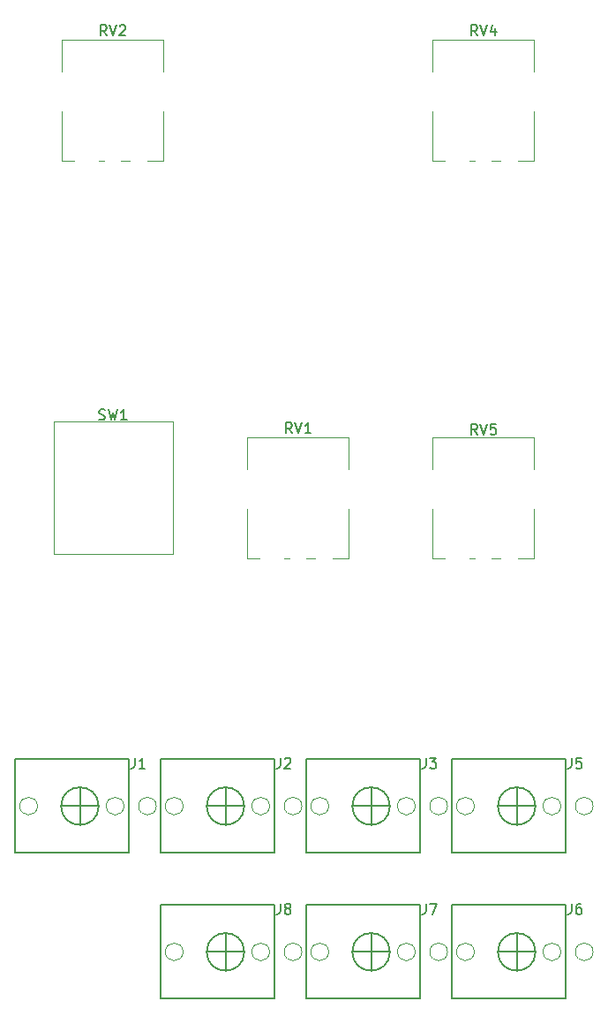
<source format=gbr>
G04 #@! TF.GenerationSoftware,KiCad,Pcbnew,5.1.6-c6e7f7d~87~ubuntu18.04.1*
G04 #@! TF.CreationDate,2020-11-08T19:06:46-05:00*
G04 #@! TF.ProjectId,2164SVF,32313634-5356-4462-9e6b-696361645f70,1*
G04 #@! TF.SameCoordinates,Original*
G04 #@! TF.FileFunction,Legend,Top*
G04 #@! TF.FilePolarity,Positive*
%FSLAX46Y46*%
G04 Gerber Fmt 4.6, Leading zero omitted, Abs format (unit mm)*
G04 Created by KiCad (PCBNEW 5.1.6-c6e7f7d~87~ubuntu18.04.1) date 2020-11-08 19:06:46*
%MOMM*%
%LPD*%
G01*
G04 APERTURE LIST*
%ADD10C,0.120000*%
%ADD11C,0.150000*%
%ADD12C,0.100000*%
G04 APERTURE END LIST*
D10*
X120015000Y-102870000D02*
X108585000Y-102870000D01*
X108585000Y-102870000D02*
X108585000Y-90170000D01*
X108585000Y-90170000D02*
X120015000Y-90170000D01*
X120015000Y-90170000D02*
X120015000Y-102870000D01*
X154690000Y-91670000D02*
X144950000Y-91670000D01*
X154690000Y-103260000D02*
X153200000Y-103260000D01*
X154690000Y-94730000D02*
X154690000Y-91670000D01*
X144940000Y-103260000D02*
X144940000Y-98540000D01*
X144950000Y-94730000D02*
X144950000Y-91670000D01*
X154690000Y-103260000D02*
X154690000Y-98540000D01*
X146130000Y-103260000D02*
X144950000Y-103260000D01*
X149030000Y-103260000D02*
X148500000Y-103260000D01*
X151480000Y-103260000D02*
X150650000Y-103260000D01*
X154690000Y-53570000D02*
X144950000Y-53570000D01*
X154690000Y-65160000D02*
X153200000Y-65160000D01*
X154690000Y-56630000D02*
X154690000Y-53570000D01*
X144940000Y-65160000D02*
X144940000Y-60440000D01*
X144950000Y-56630000D02*
X144950000Y-53570000D01*
X154690000Y-65160000D02*
X154690000Y-60440000D01*
X146130000Y-65160000D02*
X144950000Y-65160000D01*
X149030000Y-65160000D02*
X148500000Y-65160000D01*
X151480000Y-65160000D02*
X150650000Y-65160000D01*
X119130000Y-53570000D02*
X109390000Y-53570000D01*
X119130000Y-65160000D02*
X117640000Y-65160000D01*
X119130000Y-56630000D02*
X119130000Y-53570000D01*
X109380000Y-65160000D02*
X109380000Y-60440000D01*
X109390000Y-56630000D02*
X109390000Y-53570000D01*
X119130000Y-65160000D02*
X119130000Y-60440000D01*
X110570000Y-65160000D02*
X109390000Y-65160000D01*
X113470000Y-65160000D02*
X112940000Y-65160000D01*
X115920000Y-65160000D02*
X115090000Y-65160000D01*
X136910000Y-91670000D02*
X127170000Y-91670000D01*
X136910000Y-103260000D02*
X135420000Y-103260000D01*
X136910000Y-94730000D02*
X136910000Y-91670000D01*
X127160000Y-103260000D02*
X127160000Y-98540000D01*
X127170000Y-94730000D02*
X127170000Y-91670000D01*
X136910000Y-103260000D02*
X136910000Y-98540000D01*
X128350000Y-103260000D02*
X127170000Y-103260000D01*
X131250000Y-103260000D02*
X130720000Y-103260000D01*
X133700000Y-103260000D02*
X132870000Y-103260000D01*
D11*
X125095000Y-142770000D02*
X125095000Y-139170000D01*
X123295000Y-140970000D02*
X126895000Y-140970000D01*
X126895000Y-140970000D02*
G75*
G03*
X126895000Y-140970000I-1800000J0D01*
G01*
X118895000Y-136470000D02*
X129795000Y-136470000D01*
X118895000Y-145470000D02*
X129795000Y-145470000D01*
X129795000Y-145470000D02*
X129795000Y-136470000D01*
X118895000Y-145470000D02*
X118895000Y-136470000D01*
X139065000Y-142770000D02*
X139065000Y-139170000D01*
X137265000Y-140970000D02*
X140865000Y-140970000D01*
X140865000Y-140970000D02*
G75*
G03*
X140865000Y-140970000I-1800000J0D01*
G01*
X132865000Y-136470000D02*
X143765000Y-136470000D01*
X132865000Y-145470000D02*
X143765000Y-145470000D01*
X143765000Y-145470000D02*
X143765000Y-136470000D01*
X132865000Y-145470000D02*
X132865000Y-136470000D01*
X153035000Y-142770000D02*
X153035000Y-139170000D01*
X151235000Y-140970000D02*
X154835000Y-140970000D01*
X154835000Y-140970000D02*
G75*
G03*
X154835000Y-140970000I-1800000J0D01*
G01*
X146835000Y-136470000D02*
X157735000Y-136470000D01*
X146835000Y-145470000D02*
X157735000Y-145470000D01*
X157735000Y-145470000D02*
X157735000Y-136470000D01*
X146835000Y-145470000D02*
X146835000Y-136470000D01*
X153035000Y-128800000D02*
X153035000Y-125200000D01*
X151235000Y-127000000D02*
X154835000Y-127000000D01*
X154835000Y-127000000D02*
G75*
G03*
X154835000Y-127000000I-1800000J0D01*
G01*
X146835000Y-122500000D02*
X157735000Y-122500000D01*
X146835000Y-131500000D02*
X157735000Y-131500000D01*
X157735000Y-131500000D02*
X157735000Y-122500000D01*
X146835000Y-131500000D02*
X146835000Y-122500000D01*
X139065000Y-128800000D02*
X139065000Y-125200000D01*
X137265000Y-127000000D02*
X140865000Y-127000000D01*
X140865000Y-127000000D02*
G75*
G03*
X140865000Y-127000000I-1800000J0D01*
G01*
X132865000Y-122500000D02*
X143765000Y-122500000D01*
X132865000Y-131500000D02*
X143765000Y-131500000D01*
X143765000Y-131500000D02*
X143765000Y-122500000D01*
X132865000Y-131500000D02*
X132865000Y-122500000D01*
X125095000Y-128800000D02*
X125095000Y-125200000D01*
X123295000Y-127000000D02*
X126895000Y-127000000D01*
X126895000Y-127000000D02*
G75*
G03*
X126895000Y-127000000I-1800000J0D01*
G01*
X118895000Y-122500000D02*
X129795000Y-122500000D01*
X118895000Y-131500000D02*
X129795000Y-131500000D01*
X129795000Y-131500000D02*
X129795000Y-122500000D01*
X118895000Y-131500000D02*
X118895000Y-122500000D01*
X111125000Y-128800000D02*
X111125000Y-125200000D01*
X109325000Y-127000000D02*
X112925000Y-127000000D01*
X112925000Y-127000000D02*
G75*
G03*
X112925000Y-127000000I-1800000J0D01*
G01*
X104925000Y-122500000D02*
X115825000Y-122500000D01*
X104925000Y-131500000D02*
X115825000Y-131500000D01*
X115825000Y-131500000D02*
X115825000Y-122500000D01*
X104925000Y-131500000D02*
X104925000Y-122500000D01*
D12*
X121025000Y-140970000D02*
G75*
G03*
X121025000Y-140970000I-850000J0D01*
G01*
X132425000Y-140970000D02*
G75*
G03*
X132425000Y-140970000I-850000J0D01*
G01*
X129325000Y-140970000D02*
G75*
G03*
X129325000Y-140970000I-850000J0D01*
G01*
X134995000Y-140970000D02*
G75*
G03*
X134995000Y-140970000I-850000J0D01*
G01*
X146395000Y-140970000D02*
G75*
G03*
X146395000Y-140970000I-850000J0D01*
G01*
X143295000Y-140970000D02*
G75*
G03*
X143295000Y-140970000I-850000J0D01*
G01*
X148965000Y-140970000D02*
G75*
G03*
X148965000Y-140970000I-850000J0D01*
G01*
X160365000Y-140970000D02*
G75*
G03*
X160365000Y-140970000I-850000J0D01*
G01*
X157265000Y-140970000D02*
G75*
G03*
X157265000Y-140970000I-850000J0D01*
G01*
X148965000Y-127000000D02*
G75*
G03*
X148965000Y-127000000I-850000J0D01*
G01*
X160365000Y-127000000D02*
G75*
G03*
X160365000Y-127000000I-850000J0D01*
G01*
X157265000Y-127000000D02*
G75*
G03*
X157265000Y-127000000I-850000J0D01*
G01*
X134995000Y-127000000D02*
G75*
G03*
X134995000Y-127000000I-850000J0D01*
G01*
X146395000Y-127000000D02*
G75*
G03*
X146395000Y-127000000I-850000J0D01*
G01*
X143295000Y-127000000D02*
G75*
G03*
X143295000Y-127000000I-850000J0D01*
G01*
X121025000Y-127000000D02*
G75*
G03*
X121025000Y-127000000I-850000J0D01*
G01*
X132425000Y-127000000D02*
G75*
G03*
X132425000Y-127000000I-850000J0D01*
G01*
X129325000Y-127000000D02*
G75*
G03*
X129325000Y-127000000I-850000J0D01*
G01*
X107055000Y-127000000D02*
G75*
G03*
X107055000Y-127000000I-850000J0D01*
G01*
X118455000Y-127000000D02*
G75*
G03*
X118455000Y-127000000I-850000J0D01*
G01*
X115355000Y-127000000D02*
G75*
G03*
X115355000Y-127000000I-850000J0D01*
G01*
D11*
X112966666Y-89939761D02*
X113109523Y-89987380D01*
X113347619Y-89987380D01*
X113442857Y-89939761D01*
X113490476Y-89892142D01*
X113538095Y-89796904D01*
X113538095Y-89701666D01*
X113490476Y-89606428D01*
X113442857Y-89558809D01*
X113347619Y-89511190D01*
X113157142Y-89463571D01*
X113061904Y-89415952D01*
X113014285Y-89368333D01*
X112966666Y-89273095D01*
X112966666Y-89177857D01*
X113014285Y-89082619D01*
X113061904Y-89035000D01*
X113157142Y-88987380D01*
X113395238Y-88987380D01*
X113538095Y-89035000D01*
X113871428Y-88987380D02*
X114109523Y-89987380D01*
X114300000Y-89273095D01*
X114490476Y-89987380D01*
X114728571Y-88987380D01*
X115633333Y-89987380D02*
X115061904Y-89987380D01*
X115347619Y-89987380D02*
X115347619Y-88987380D01*
X115252380Y-89130238D01*
X115157142Y-89225476D01*
X115061904Y-89273095D01*
X149264761Y-91384380D02*
X148931428Y-90908190D01*
X148693333Y-91384380D02*
X148693333Y-90384380D01*
X149074285Y-90384380D01*
X149169523Y-90432000D01*
X149217142Y-90479619D01*
X149264761Y-90574857D01*
X149264761Y-90717714D01*
X149217142Y-90812952D01*
X149169523Y-90860571D01*
X149074285Y-90908190D01*
X148693333Y-90908190D01*
X149550476Y-90384380D02*
X149883809Y-91384380D01*
X150217142Y-90384380D01*
X151026666Y-90384380D02*
X150550476Y-90384380D01*
X150502857Y-90860571D01*
X150550476Y-90812952D01*
X150645714Y-90765333D01*
X150883809Y-90765333D01*
X150979047Y-90812952D01*
X151026666Y-90860571D01*
X151074285Y-90955809D01*
X151074285Y-91193904D01*
X151026666Y-91289142D01*
X150979047Y-91336761D01*
X150883809Y-91384380D01*
X150645714Y-91384380D01*
X150550476Y-91336761D01*
X150502857Y-91289142D01*
X149264761Y-53157380D02*
X148931428Y-52681190D01*
X148693333Y-53157380D02*
X148693333Y-52157380D01*
X149074285Y-52157380D01*
X149169523Y-52205000D01*
X149217142Y-52252619D01*
X149264761Y-52347857D01*
X149264761Y-52490714D01*
X149217142Y-52585952D01*
X149169523Y-52633571D01*
X149074285Y-52681190D01*
X148693333Y-52681190D01*
X149550476Y-52157380D02*
X149883809Y-53157380D01*
X150217142Y-52157380D01*
X150979047Y-52490714D02*
X150979047Y-53157380D01*
X150740952Y-52109761D02*
X150502857Y-52824047D01*
X151121904Y-52824047D01*
X113704761Y-53157380D02*
X113371428Y-52681190D01*
X113133333Y-53157380D02*
X113133333Y-52157380D01*
X113514285Y-52157380D01*
X113609523Y-52205000D01*
X113657142Y-52252619D01*
X113704761Y-52347857D01*
X113704761Y-52490714D01*
X113657142Y-52585952D01*
X113609523Y-52633571D01*
X113514285Y-52681190D01*
X113133333Y-52681190D01*
X113990476Y-52157380D02*
X114323809Y-53157380D01*
X114657142Y-52157380D01*
X114942857Y-52252619D02*
X114990476Y-52205000D01*
X115085714Y-52157380D01*
X115323809Y-52157380D01*
X115419047Y-52205000D01*
X115466666Y-52252619D01*
X115514285Y-52347857D01*
X115514285Y-52443095D01*
X115466666Y-52585952D01*
X114895238Y-53157380D01*
X115514285Y-53157380D01*
X131484761Y-91257380D02*
X131151428Y-90781190D01*
X130913333Y-91257380D02*
X130913333Y-90257380D01*
X131294285Y-90257380D01*
X131389523Y-90305000D01*
X131437142Y-90352619D01*
X131484761Y-90447857D01*
X131484761Y-90590714D01*
X131437142Y-90685952D01*
X131389523Y-90733571D01*
X131294285Y-90781190D01*
X130913333Y-90781190D01*
X131770476Y-90257380D02*
X132103809Y-91257380D01*
X132437142Y-90257380D01*
X133294285Y-91257380D02*
X132722857Y-91257380D01*
X133008571Y-91257380D02*
X133008571Y-90257380D01*
X132913333Y-90400238D01*
X132818095Y-90495476D01*
X132722857Y-90543095D01*
X130349666Y-136358380D02*
X130349666Y-137072666D01*
X130302047Y-137215523D01*
X130206809Y-137310761D01*
X130063952Y-137358380D01*
X129968714Y-137358380D01*
X130968714Y-136786952D02*
X130873476Y-136739333D01*
X130825857Y-136691714D01*
X130778238Y-136596476D01*
X130778238Y-136548857D01*
X130825857Y-136453619D01*
X130873476Y-136406000D01*
X130968714Y-136358380D01*
X131159190Y-136358380D01*
X131254428Y-136406000D01*
X131302047Y-136453619D01*
X131349666Y-136548857D01*
X131349666Y-136596476D01*
X131302047Y-136691714D01*
X131254428Y-136739333D01*
X131159190Y-136786952D01*
X130968714Y-136786952D01*
X130873476Y-136834571D01*
X130825857Y-136882190D01*
X130778238Y-136977428D01*
X130778238Y-137167904D01*
X130825857Y-137263142D01*
X130873476Y-137310761D01*
X130968714Y-137358380D01*
X131159190Y-137358380D01*
X131254428Y-137310761D01*
X131302047Y-137263142D01*
X131349666Y-137167904D01*
X131349666Y-136977428D01*
X131302047Y-136882190D01*
X131254428Y-136834571D01*
X131159190Y-136786952D01*
X144319666Y-136358380D02*
X144319666Y-137072666D01*
X144272047Y-137215523D01*
X144176809Y-137310761D01*
X144033952Y-137358380D01*
X143938714Y-137358380D01*
X144700619Y-136358380D02*
X145367285Y-136358380D01*
X144938714Y-137358380D01*
X158289666Y-136358380D02*
X158289666Y-137072666D01*
X158242047Y-137215523D01*
X158146809Y-137310761D01*
X158003952Y-137358380D01*
X157908714Y-137358380D01*
X159194428Y-136358380D02*
X159003952Y-136358380D01*
X158908714Y-136406000D01*
X158861095Y-136453619D01*
X158765857Y-136596476D01*
X158718238Y-136786952D01*
X158718238Y-137167904D01*
X158765857Y-137263142D01*
X158813476Y-137310761D01*
X158908714Y-137358380D01*
X159099190Y-137358380D01*
X159194428Y-137310761D01*
X159242047Y-137263142D01*
X159289666Y-137167904D01*
X159289666Y-136929809D01*
X159242047Y-136834571D01*
X159194428Y-136786952D01*
X159099190Y-136739333D01*
X158908714Y-136739333D01*
X158813476Y-136786952D01*
X158765857Y-136834571D01*
X158718238Y-136929809D01*
X158289666Y-122388380D02*
X158289666Y-123102666D01*
X158242047Y-123245523D01*
X158146809Y-123340761D01*
X158003952Y-123388380D01*
X157908714Y-123388380D01*
X159242047Y-122388380D02*
X158765857Y-122388380D01*
X158718238Y-122864571D01*
X158765857Y-122816952D01*
X158861095Y-122769333D01*
X159099190Y-122769333D01*
X159194428Y-122816952D01*
X159242047Y-122864571D01*
X159289666Y-122959809D01*
X159289666Y-123197904D01*
X159242047Y-123293142D01*
X159194428Y-123340761D01*
X159099190Y-123388380D01*
X158861095Y-123388380D01*
X158765857Y-123340761D01*
X158718238Y-123293142D01*
X144319666Y-122388380D02*
X144319666Y-123102666D01*
X144272047Y-123245523D01*
X144176809Y-123340761D01*
X144033952Y-123388380D01*
X143938714Y-123388380D01*
X144700619Y-122388380D02*
X145319666Y-122388380D01*
X144986333Y-122769333D01*
X145129190Y-122769333D01*
X145224428Y-122816952D01*
X145272047Y-122864571D01*
X145319666Y-122959809D01*
X145319666Y-123197904D01*
X145272047Y-123293142D01*
X145224428Y-123340761D01*
X145129190Y-123388380D01*
X144843476Y-123388380D01*
X144748238Y-123340761D01*
X144700619Y-123293142D01*
X130349666Y-122388380D02*
X130349666Y-123102666D01*
X130302047Y-123245523D01*
X130206809Y-123340761D01*
X130063952Y-123388380D01*
X129968714Y-123388380D01*
X130778238Y-122483619D02*
X130825857Y-122436000D01*
X130921095Y-122388380D01*
X131159190Y-122388380D01*
X131254428Y-122436000D01*
X131302047Y-122483619D01*
X131349666Y-122578857D01*
X131349666Y-122674095D01*
X131302047Y-122816952D01*
X130730619Y-123388380D01*
X131349666Y-123388380D01*
X116379666Y-122388380D02*
X116379666Y-123102666D01*
X116332047Y-123245523D01*
X116236809Y-123340761D01*
X116093952Y-123388380D01*
X115998714Y-123388380D01*
X117379666Y-123388380D02*
X116808238Y-123388380D01*
X117093952Y-123388380D02*
X117093952Y-122388380D01*
X116998714Y-122531238D01*
X116903476Y-122626476D01*
X116808238Y-122674095D01*
M02*

</source>
